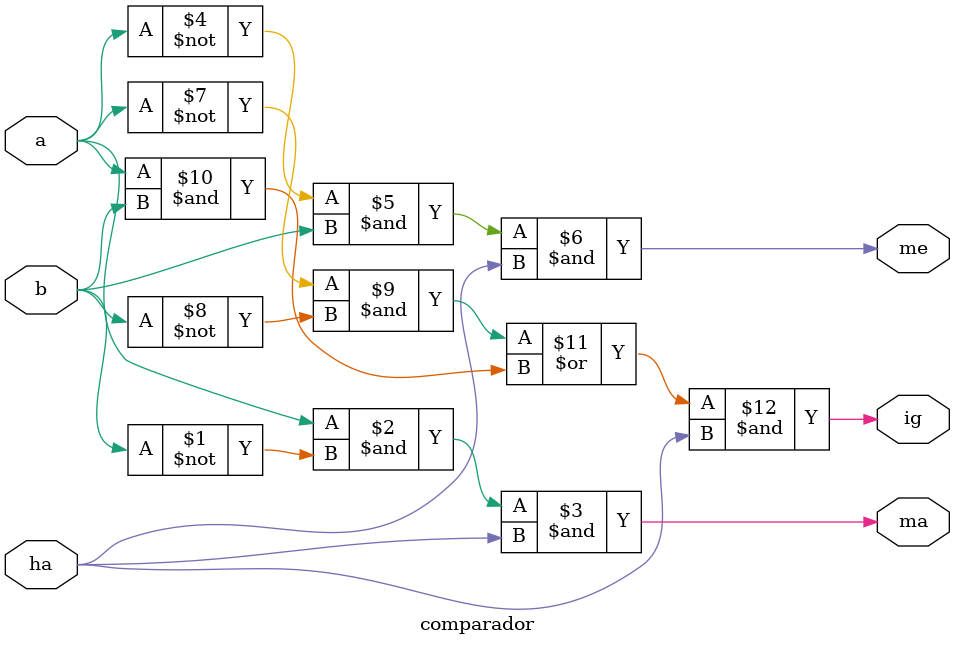
<source format=v>

module comparador(ig,me,ma,a,b,ha);

input a,b,ha;
output ig,me,ma;
assign ma = (a & ~b) & ha;
assign me = (~a & b) & ha;
assign ig = ((~a & ~b) | (a&b)) & ha;

endmodule
</source>
